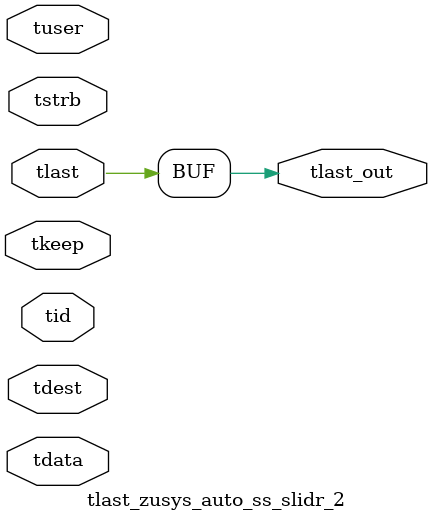
<source format=v>


`timescale 1ps/1ps

module tlast_zusys_auto_ss_slidr_2 #
(
parameter C_S_AXIS_TID_WIDTH   = 1,
parameter C_S_AXIS_TUSER_WIDTH = 0,
parameter C_S_AXIS_TDATA_WIDTH = 0,
parameter C_S_AXIS_TDEST_WIDTH = 0
)
(
input  [(C_S_AXIS_TID_WIDTH   == 0 ? 1 : C_S_AXIS_TID_WIDTH)-1:0       ] tid,
input  [(C_S_AXIS_TDATA_WIDTH == 0 ? 1 : C_S_AXIS_TDATA_WIDTH)-1:0     ] tdata,
input  [(C_S_AXIS_TUSER_WIDTH == 0 ? 1 : C_S_AXIS_TUSER_WIDTH)-1:0     ] tuser,
input  [(C_S_AXIS_TDEST_WIDTH == 0 ? 1 : C_S_AXIS_TDEST_WIDTH)-1:0     ] tdest,
input  [(C_S_AXIS_TDATA_WIDTH/8)-1:0 ] tkeep,
input  [(C_S_AXIS_TDATA_WIDTH/8)-1:0 ] tstrb,
input  [0:0]                                                             tlast,
output                                                                   tlast_out
);

assign tlast_out = {tlast[0]};

endmodule


</source>
